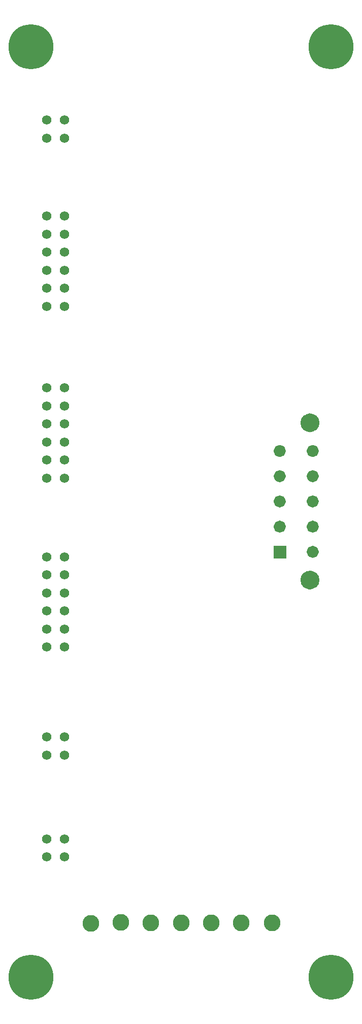
<source format=gbr>
%TF.GenerationSoftware,KiCad,Pcbnew,9.0.6*%
%TF.CreationDate,2026-03-01T09:21:26-05:00*%
%TF.ProjectId,acmi-pwrbrd,61636d69-2d70-4777-9262-72642e6b6963,rev?*%
%TF.SameCoordinates,Original*%
%TF.FileFunction,Soldermask,Bot*%
%TF.FilePolarity,Negative*%
%FSLAX46Y46*%
G04 Gerber Fmt 4.6, Leading zero omitted, Abs format (unit mm)*
G04 Created by KiCad (PCBNEW 9.0.6) date 2026-03-01 09:21:26*
%MOMM*%
%LPD*%
G01*
G04 APERTURE LIST*
%ADD10C,1.026200*%
%ADD11C,1.576200*%
%ADD12C,0.010000*%
%ADD13C,2.800000*%
%ADD14C,1.574800*%
%ADD15C,7.500000*%
%ADD16C,3.000000*%
G04 APERTURE END LIST*
D10*
%TO.C,J6*%
X196973100Y-107350000D02*
G75*
G02*
X195946900Y-107350000I-513100J0D01*
G01*
X195946900Y-107350000D02*
G75*
G02*
X196973100Y-107350000I513100J0D01*
G01*
X196973100Y-111550000D02*
G75*
G02*
X195946900Y-111550000I-513100J0D01*
G01*
X195946900Y-111550000D02*
G75*
G02*
X196973100Y-111550000I513100J0D01*
G01*
X196973100Y-115750000D02*
G75*
G02*
X195946900Y-115750000I-513100J0D01*
G01*
X195946900Y-115750000D02*
G75*
G02*
X196973100Y-115750000I513100J0D01*
G01*
X196973100Y-119950000D02*
G75*
G02*
X195946900Y-119950000I-513100J0D01*
G01*
X195946900Y-119950000D02*
G75*
G02*
X196973100Y-119950000I513100J0D01*
G01*
D11*
X202288100Y-102650000D02*
G75*
G02*
X200711900Y-102650000I-788100J0D01*
G01*
X200711900Y-102650000D02*
G75*
G02*
X202288100Y-102650000I788100J0D01*
G01*
X202288100Y-128850000D02*
G75*
G02*
X200711900Y-128850000I-788100J0D01*
G01*
X200711900Y-128850000D02*
G75*
G02*
X202288100Y-128850000I788100J0D01*
G01*
D10*
X202473100Y-107350000D02*
G75*
G02*
X201446900Y-107350000I-513100J0D01*
G01*
X201446900Y-107350000D02*
G75*
G02*
X202473100Y-107350000I513100J0D01*
G01*
X202473100Y-111550000D02*
G75*
G02*
X201446900Y-111550000I-513100J0D01*
G01*
X201446900Y-111550000D02*
G75*
G02*
X202473100Y-111550000I513100J0D01*
G01*
X202473100Y-115750000D02*
G75*
G02*
X201446900Y-115750000I-513100J0D01*
G01*
X201446900Y-115750000D02*
G75*
G02*
X202473100Y-115750000I513100J0D01*
G01*
X202473100Y-119950000D02*
G75*
G02*
X201446900Y-119950000I-513100J0D01*
G01*
X201446900Y-119950000D02*
G75*
G02*
X202473100Y-119950000I513100J0D01*
G01*
X202473100Y-124150000D02*
G75*
G02*
X201446900Y-124150000I-513100J0D01*
G01*
X201446900Y-124150000D02*
G75*
G02*
X202473100Y-124150000I513100J0D01*
G01*
D12*
X197486200Y-125176200D02*
X195433800Y-125176200D01*
X195433800Y-123123800D01*
X197486200Y-123123800D01*
X197486200Y-125176200D01*
G36*
X197486200Y-125176200D02*
G01*
X195433800Y-125176200D01*
X195433800Y-123123800D01*
X197486200Y-123123800D01*
X197486200Y-125176200D01*
G37*
%TD*%
D13*
%TO.C,TP3*%
X185000000Y-185937500D03*
%TD*%
%TO.C,TP1*%
X175000000Y-185937500D03*
%TD*%
D14*
%TO.C,J7*%
X157564301Y-83225000D03*
X157564301Y-80225001D03*
X157564301Y-77225002D03*
X157564301Y-74225002D03*
X157564301Y-71225003D03*
X157564301Y-68225004D03*
X160564300Y-83225000D03*
X160564300Y-80225001D03*
X160564300Y-77225002D03*
X160564300Y-74225002D03*
X160564300Y-71225003D03*
X160564300Y-68225004D03*
%TD*%
D15*
%TO.C,MT2*%
X205000000Y-40000000D03*
%TD*%
D13*
%TO.C,TP7*%
X164986000Y-186030000D03*
%TD*%
%TO.C,TP5*%
X190000000Y-185937500D03*
%TD*%
D14*
%TO.C,J4*%
X157564301Y-140000000D03*
X157564301Y-137000001D03*
X157564301Y-134000002D03*
X157564301Y-131000002D03*
X157564301Y-128000003D03*
X157564301Y-125000004D03*
X160564300Y-140000000D03*
X160564300Y-137000001D03*
X160564300Y-134000002D03*
X160564300Y-131000002D03*
X160564300Y-128000003D03*
X160564300Y-125000004D03*
%TD*%
D13*
%TO.C,TP4*%
X180000000Y-185937500D03*
%TD*%
%TO.C,TP2*%
X170000000Y-185887500D03*
%TD*%
%TO.C,TP6*%
X195212000Y-185937500D03*
%TD*%
D15*
%TO.C,MT3*%
X155000000Y-195000000D03*
%TD*%
D16*
%TO.C,J6*%
X201500000Y-102650000D03*
X201500000Y-128850000D03*
%TD*%
D14*
%TO.C,J2*%
X157564301Y-175000000D03*
X157564301Y-172000001D03*
X160564300Y-175000000D03*
X160564300Y-172000001D03*
%TD*%
%TO.C,J1*%
X157564301Y-157999999D03*
X157564301Y-155000000D03*
X160564300Y-157999999D03*
X160564300Y-155000000D03*
%TD*%
D15*
%TO.C,MT1*%
X155000000Y-40000000D03*
%TD*%
D14*
%TO.C,J5*%
X157564301Y-55225001D03*
X157564301Y-52225002D03*
X160564300Y-55225001D03*
X160564300Y-52225002D03*
%TD*%
%TO.C,J3*%
X157564301Y-111839598D03*
X157564301Y-108839599D03*
X157564301Y-105839600D03*
X157564301Y-102839600D03*
X157564301Y-99839601D03*
X157564301Y-96839602D03*
X160564300Y-111839598D03*
X160564300Y-108839599D03*
X160564300Y-105839600D03*
X160564300Y-102839600D03*
X160564300Y-99839601D03*
X160564300Y-96839602D03*
%TD*%
D15*
%TO.C,MT4*%
X205000000Y-195000000D03*
%TD*%
M02*

</source>
